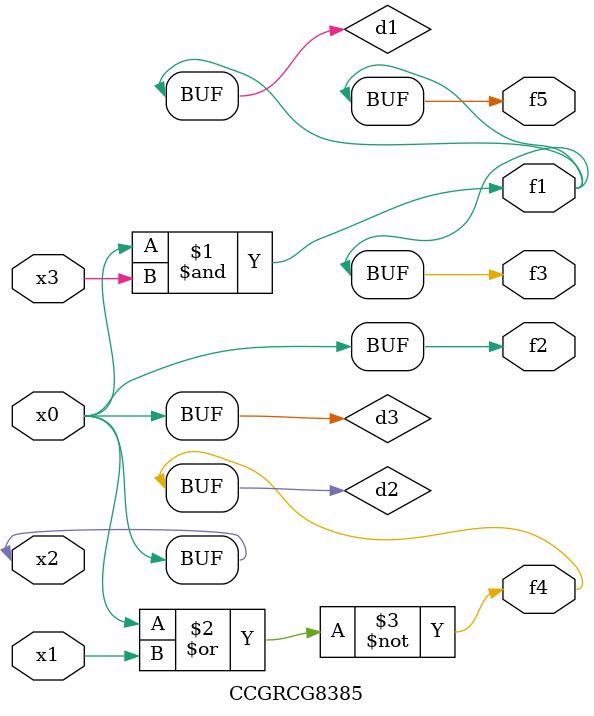
<source format=v>
module CCGRCG8385(
	input x0, x1, x2, x3,
	output f1, f2, f3, f4, f5
);

	wire d1, d2, d3;

	and (d1, x2, x3);
	nor (d2, x0, x1);
	buf (d3, x0, x2);
	assign f1 = d1;
	assign f2 = d3;
	assign f3 = d1;
	assign f4 = d2;
	assign f5 = d1;
endmodule

</source>
